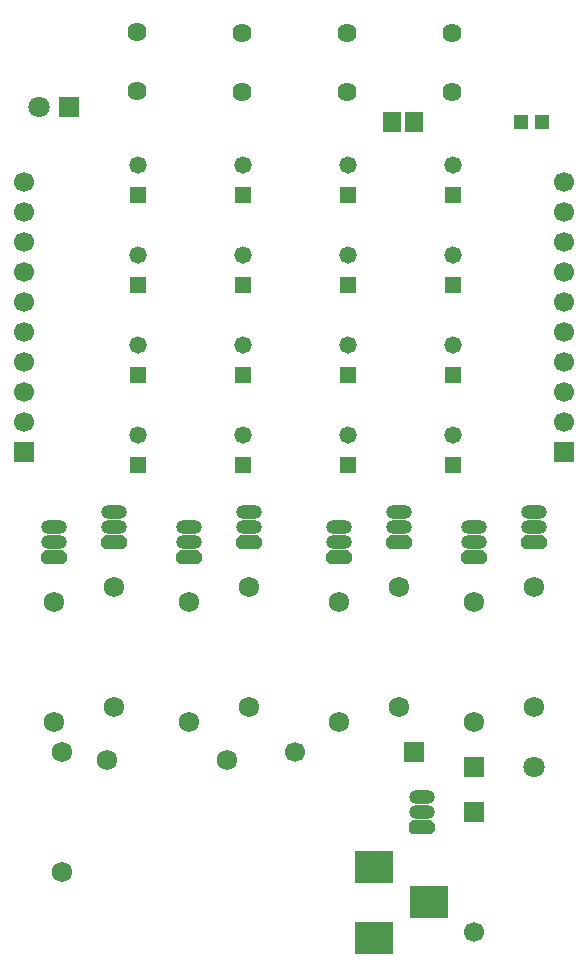
<source format=gbr>
G04 DipTrace 2.3.0.3*
%INBottomMask.gbr*%
%MOIN*%
%ADD41C,0.0638*%
%ADD45R,0.0512X0.0472*%
%ADD47C,0.0679*%
%ADD49C,0.0679*%
%ADD51O,0.0866X0.0472*%
%ADD53R,0.126X0.1063*%
%ADD55R,0.0591X0.0669*%
%ADD57C,0.0669*%
%ADD59R,0.0669X0.0669*%
%ADD61R,0.0579X0.0579*%
%ADD63C,0.0579*%
%ADD65R,0.0709X0.0709*%
%ADD67C,0.0709*%
%FSLAX44Y44*%
G04*
G70*
G90*
G75*
G01*
%LNBotMask*%
%LPD*%
D67*
X21937Y10437D3*
D65*
X19937D3*
X6437Y32437D3*
D67*
X5437D3*
D63*
X12247Y30502D3*
D61*
Y29502D3*
D63*
X8747Y27502D3*
D61*
Y26502D3*
D63*
X12247Y24502D3*
D61*
Y23502D3*
D63*
X8747Y21502D3*
D61*
Y20502D3*
D63*
Y30502D3*
D61*
Y29502D3*
D63*
X12247Y27502D3*
D61*
Y26502D3*
D63*
X8747Y24502D3*
D61*
Y23502D3*
D63*
X12247Y21502D3*
D61*
Y20502D3*
D63*
X19247Y30502D3*
D61*
Y29502D3*
D63*
X15747Y27502D3*
D61*
Y26502D3*
D63*
X19247Y24502D3*
D61*
Y23502D3*
D63*
X15747Y21502D3*
D61*
Y20502D3*
D63*
Y30502D3*
D61*
Y29502D3*
D63*
X19247Y27502D3*
D61*
Y26502D3*
D63*
X15747Y24502D3*
D61*
Y23502D3*
D63*
X19247Y21502D3*
D61*
Y20502D3*
D59*
X19937Y8937D3*
D57*
Y4961D3*
D55*
X17187Y31937D3*
X17935D3*
D59*
X17937Y10937D3*
D57*
X13961D3*
D59*
X22937Y20937D3*
D57*
Y21937D3*
Y22937D3*
Y23937D3*
Y24937D3*
Y25937D3*
Y26937D3*
Y27937D3*
Y28937D3*
Y29937D3*
D59*
X4937Y20937D3*
D57*
Y21937D3*
Y22937D3*
Y23937D3*
Y24937D3*
Y25937D3*
Y26937D3*
Y27937D3*
Y28937D3*
Y29937D3*
D53*
X18437Y5937D3*
X16587Y7118D3*
Y4756D3*
G36*
X6249Y17201D2*
X6370Y17322D1*
Y17552D1*
X6249Y17673D1*
X5625D1*
X5504Y17552D1*
Y17322D1*
X5625Y17201D1*
X6249D1*
G37*
D51*
X5937Y17937D3*
Y18437D3*
G36*
X8249Y17701D2*
X8370Y17822D1*
Y18052D1*
X8249Y18173D1*
X7625D1*
X7504Y18052D1*
Y17822D1*
X7625Y17701D1*
X8249D1*
G37*
D51*
X7937Y18437D3*
Y18937D3*
G36*
X10749Y17201D2*
X10870Y17322D1*
Y17552D1*
X10749Y17673D1*
X10125D1*
X10004Y17552D1*
Y17322D1*
X10125Y17201D1*
X10749D1*
G37*
D51*
X10437Y17937D3*
Y18437D3*
G36*
X12749Y17701D2*
X12870Y17822D1*
Y18052D1*
X12749Y18173D1*
X12125D1*
X12004Y18052D1*
Y17822D1*
X12125Y17701D1*
X12749D1*
G37*
D51*
X12437Y18437D3*
Y18937D3*
G36*
X15749Y17201D2*
X15870Y17322D1*
Y17552D1*
X15749Y17673D1*
X15125D1*
X15004Y17552D1*
Y17322D1*
X15125Y17201D1*
X15749D1*
G37*
D51*
X15437Y17937D3*
Y18437D3*
G36*
X17749Y17701D2*
X17870Y17822D1*
Y18052D1*
X17749Y18173D1*
X17125D1*
X17004Y18052D1*
Y17822D1*
X17125Y17701D1*
X17749D1*
G37*
D51*
X17437Y18437D3*
Y18937D3*
G36*
X20249Y17201D2*
X20370Y17322D1*
Y17552D1*
X20249Y17673D1*
X19625D1*
X19504Y17552D1*
Y17322D1*
X19625Y17201D1*
X20249D1*
G37*
D51*
X19937Y17937D3*
Y18437D3*
G36*
X22249Y17701D2*
X22370Y17822D1*
Y18052D1*
X22249Y18173D1*
X21625D1*
X21504Y18052D1*
Y17822D1*
X21625Y17701D1*
X22249D1*
G37*
D51*
X21937Y18437D3*
Y18937D3*
D49*
X5937Y11937D3*
D47*
Y15937D3*
D49*
X7937Y16437D3*
D47*
Y12437D3*
D49*
X10437Y11937D3*
D47*
Y15937D3*
D49*
X12437Y16437D3*
D47*
Y12437D3*
D49*
X15437Y11937D3*
D47*
Y15937D3*
D49*
X17437Y16437D3*
D47*
Y12437D3*
D49*
X19937Y11937D3*
D47*
Y15937D3*
D49*
X21937Y16437D3*
D47*
Y12437D3*
D45*
X22187Y31937D3*
X21518D3*
D49*
X6187Y10937D3*
D47*
Y6937D3*
D49*
X7687Y10687D3*
D47*
X11687D3*
D41*
X15687Y32937D3*
Y34906D3*
X12187Y32937D3*
Y34906D3*
X8687Y34937D3*
Y32969D3*
X19187Y34904D3*
Y32935D3*
G36*
X18499Y8201D2*
X18620Y8322D1*
Y8552D1*
X18499Y8673D1*
X17875D1*
X17754Y8552D1*
Y8322D1*
X17875Y8201D1*
X18499D1*
G37*
D51*
X18187Y8937D3*
Y9437D3*
M02*

</source>
